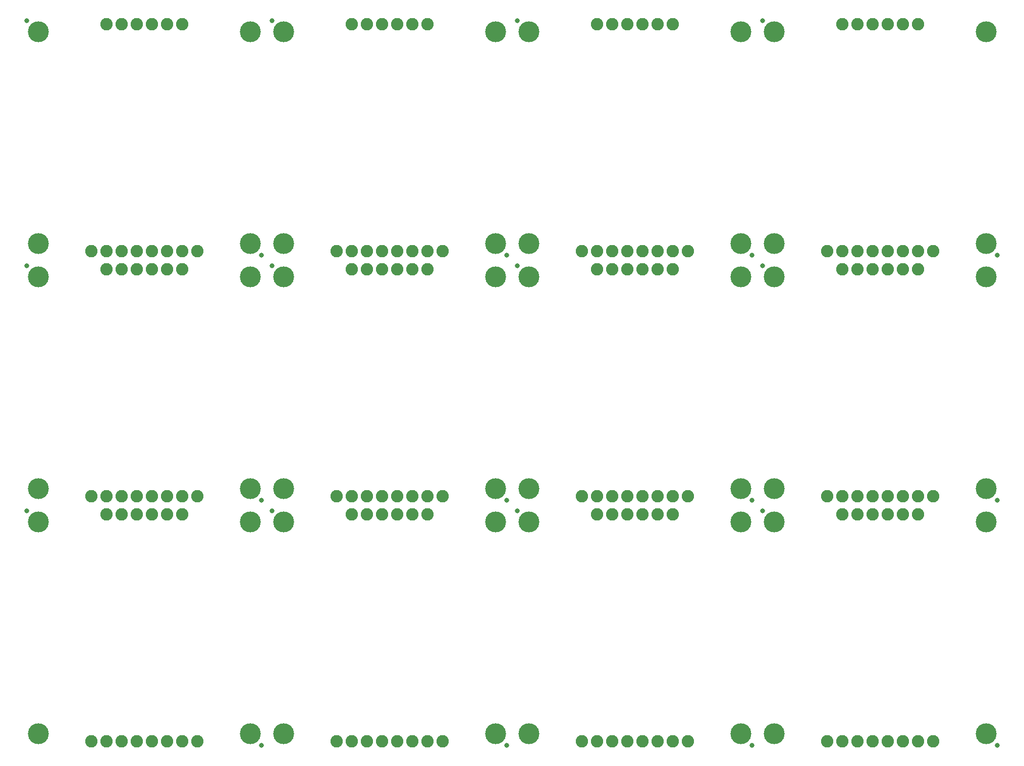
<source format=gbs>
G75*
%MOIN*%
%OFA0B0*%
%FSLAX25Y25*%
%IPPOS*%
%LPD*%
%AMOC8*
5,1,8,0,0,1.08239X$1,22.5*
%
%ADD10C,0.13800*%
%ADD11C,0.03300*%
%ADD12C,0.08200*%
D10*
X0038750Y0038750D03*
X0178750Y0038750D03*
X0200750Y0038750D03*
X0340750Y0038750D03*
X0362750Y0038750D03*
X0502750Y0038750D03*
X0524750Y0038750D03*
X0664750Y0038750D03*
X0664750Y0178750D03*
X0664750Y0200750D03*
X0524750Y0200750D03*
X0502750Y0200750D03*
X0502750Y0178750D03*
X0524750Y0178750D03*
X0362750Y0178750D03*
X0340750Y0178750D03*
X0340750Y0200750D03*
X0362750Y0200750D03*
X0200750Y0200750D03*
X0178750Y0200750D03*
X0178750Y0178750D03*
X0200750Y0178750D03*
X0038750Y0178750D03*
X0038750Y0200750D03*
X0038750Y0340750D03*
X0038750Y0362750D03*
X0178750Y0362750D03*
X0200750Y0362750D03*
X0200750Y0340750D03*
X0178750Y0340750D03*
X0340750Y0340750D03*
X0362750Y0340750D03*
X0362750Y0362750D03*
X0340750Y0362750D03*
X0502750Y0362750D03*
X0524750Y0362750D03*
X0524750Y0340750D03*
X0502750Y0340750D03*
X0664750Y0340750D03*
X0664750Y0362750D03*
X0664750Y0502750D03*
X0524750Y0502750D03*
X0502750Y0502750D03*
X0362750Y0502750D03*
X0340750Y0502750D03*
X0200750Y0502750D03*
X0178750Y0502750D03*
X0038750Y0502750D03*
D11*
X0031250Y0510250D03*
X0193250Y0510250D03*
X0355250Y0510250D03*
X0517250Y0510250D03*
X0510250Y0355250D03*
X0517250Y0348250D03*
X0672250Y0355250D03*
X0672250Y0193250D03*
X0517250Y0186250D03*
X0510250Y0193250D03*
X0355250Y0186250D03*
X0348250Y0193250D03*
X0193250Y0186250D03*
X0186250Y0193250D03*
X0031250Y0186250D03*
X0031250Y0348250D03*
X0186250Y0355250D03*
X0193250Y0348250D03*
X0348250Y0355250D03*
X0355250Y0348250D03*
X0348250Y0031250D03*
X0186250Y0031250D03*
X0510250Y0031250D03*
X0672250Y0031250D03*
D12*
X0629750Y0033750D03*
X0619750Y0033750D03*
X0609750Y0033750D03*
X0599750Y0033750D03*
X0589750Y0033750D03*
X0579750Y0033750D03*
X0569750Y0033750D03*
X0559750Y0033750D03*
X0467750Y0033750D03*
X0457750Y0033750D03*
X0447750Y0033750D03*
X0437750Y0033750D03*
X0427750Y0033750D03*
X0417750Y0033750D03*
X0407750Y0033750D03*
X0397750Y0033750D03*
X0305750Y0033750D03*
X0295750Y0033750D03*
X0285750Y0033750D03*
X0275750Y0033750D03*
X0265750Y0033750D03*
X0255750Y0033750D03*
X0245750Y0033750D03*
X0235750Y0033750D03*
X0143750Y0033750D03*
X0133750Y0033750D03*
X0123750Y0033750D03*
X0113750Y0033750D03*
X0103750Y0033750D03*
X0093750Y0033750D03*
X0083750Y0033750D03*
X0073750Y0033750D03*
X0083750Y0183750D03*
X0093750Y0183750D03*
X0103750Y0183750D03*
X0113750Y0183750D03*
X0123750Y0183750D03*
X0133750Y0183750D03*
X0133750Y0195750D03*
X0143750Y0195750D03*
X0123750Y0195750D03*
X0113750Y0195750D03*
X0103750Y0195750D03*
X0093750Y0195750D03*
X0083750Y0195750D03*
X0073750Y0195750D03*
X0235750Y0195750D03*
X0245750Y0195750D03*
X0255750Y0195750D03*
X0265750Y0195750D03*
X0275750Y0195750D03*
X0285750Y0195750D03*
X0295750Y0195750D03*
X0305750Y0195750D03*
X0295750Y0183750D03*
X0285750Y0183750D03*
X0275750Y0183750D03*
X0265750Y0183750D03*
X0255750Y0183750D03*
X0245750Y0183750D03*
X0397750Y0195750D03*
X0407750Y0195750D03*
X0417750Y0195750D03*
X0427750Y0195750D03*
X0437750Y0195750D03*
X0447750Y0195750D03*
X0457750Y0195750D03*
X0467750Y0195750D03*
X0457750Y0183750D03*
X0447750Y0183750D03*
X0437750Y0183750D03*
X0427750Y0183750D03*
X0417750Y0183750D03*
X0407750Y0183750D03*
X0559750Y0195750D03*
X0569750Y0195750D03*
X0579750Y0195750D03*
X0589750Y0195750D03*
X0599750Y0195750D03*
X0609750Y0195750D03*
X0619750Y0195750D03*
X0629750Y0195750D03*
X0619750Y0183750D03*
X0609750Y0183750D03*
X0599750Y0183750D03*
X0589750Y0183750D03*
X0579750Y0183750D03*
X0569750Y0183750D03*
X0569750Y0345750D03*
X0579750Y0345750D03*
X0589750Y0345750D03*
X0599750Y0345750D03*
X0609750Y0345750D03*
X0619750Y0345750D03*
X0619750Y0357750D03*
X0609750Y0357750D03*
X0599750Y0357750D03*
X0589750Y0357750D03*
X0579750Y0357750D03*
X0569750Y0357750D03*
X0559750Y0357750D03*
X0629750Y0357750D03*
X0467750Y0357750D03*
X0457750Y0357750D03*
X0447750Y0357750D03*
X0437750Y0357750D03*
X0427750Y0357750D03*
X0417750Y0357750D03*
X0407750Y0357750D03*
X0397750Y0357750D03*
X0407750Y0345750D03*
X0417750Y0345750D03*
X0427750Y0345750D03*
X0437750Y0345750D03*
X0447750Y0345750D03*
X0457750Y0345750D03*
X0305750Y0357750D03*
X0295750Y0357750D03*
X0285750Y0357750D03*
X0275750Y0357750D03*
X0265750Y0357750D03*
X0255750Y0357750D03*
X0245750Y0357750D03*
X0235750Y0357750D03*
X0245750Y0345750D03*
X0255750Y0345750D03*
X0265750Y0345750D03*
X0275750Y0345750D03*
X0285750Y0345750D03*
X0295750Y0345750D03*
X0143750Y0357750D03*
X0133750Y0357750D03*
X0123750Y0357750D03*
X0113750Y0357750D03*
X0103750Y0357750D03*
X0093750Y0357750D03*
X0083750Y0357750D03*
X0073750Y0357750D03*
X0083750Y0345750D03*
X0093750Y0345750D03*
X0103750Y0345750D03*
X0113750Y0345750D03*
X0123750Y0345750D03*
X0133750Y0345750D03*
X0133750Y0507750D03*
X0123750Y0507750D03*
X0113750Y0507750D03*
X0103750Y0507750D03*
X0093750Y0507750D03*
X0083750Y0507750D03*
X0245750Y0507750D03*
X0255750Y0507750D03*
X0265750Y0507750D03*
X0275750Y0507750D03*
X0285750Y0507750D03*
X0295750Y0507750D03*
X0407750Y0507750D03*
X0417750Y0507750D03*
X0427750Y0507750D03*
X0437750Y0507750D03*
X0447750Y0507750D03*
X0457750Y0507750D03*
X0569750Y0507750D03*
X0579750Y0507750D03*
X0589750Y0507750D03*
X0599750Y0507750D03*
X0609750Y0507750D03*
X0619750Y0507750D03*
M02*

</source>
